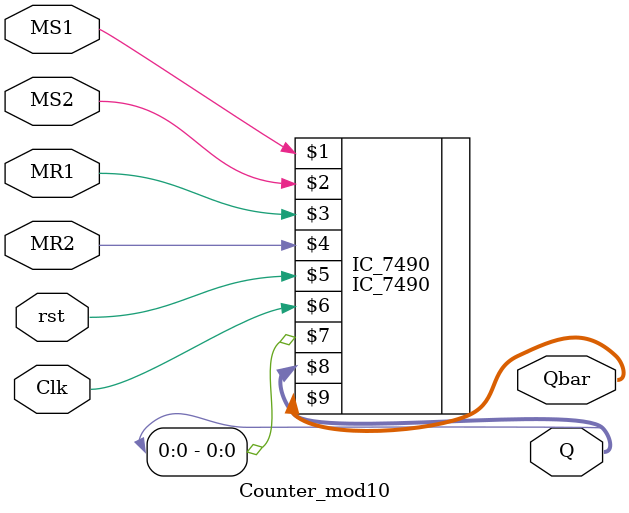
<source format=v>
module Counter_mod10(input MS1,MS2,MR1,MR2,rst,Clk,
                    output [3:0] Q,Qbar);
					
					
	IC_7490 IC_7490(MS1,MS2,MR1,MR2,rst,Clk,Q[0],Q,Qbar);
	
endmodule
    
</source>
